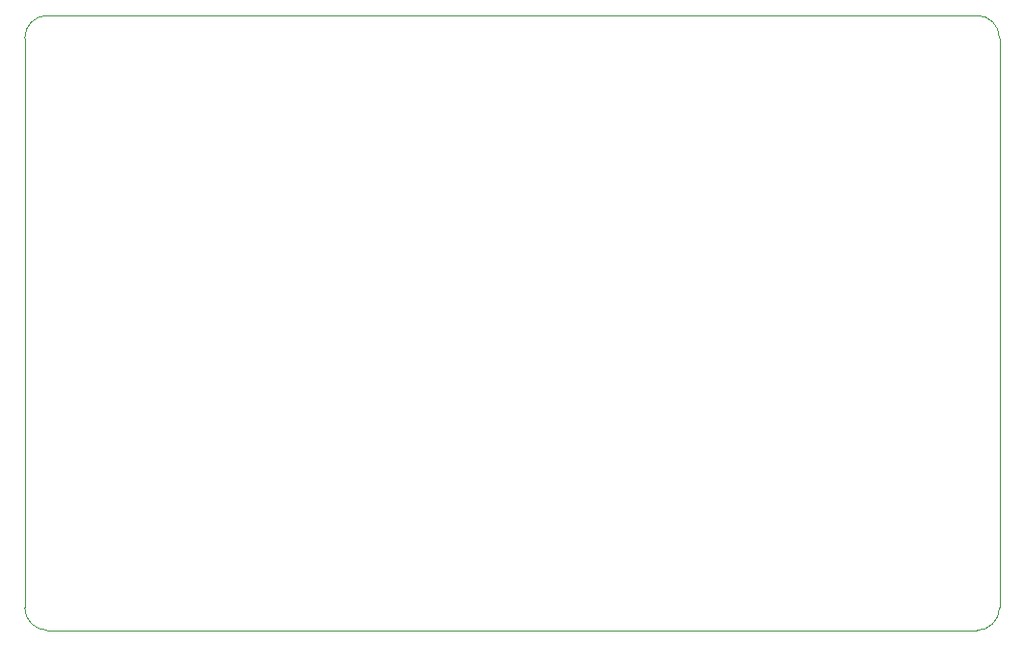
<source format=gbr>
%TF.GenerationSoftware,KiCad,Pcbnew,9.0.5*%
%TF.CreationDate,2025-11-23T18:29:57+02:00*%
%TF.ProjectId,Business_Card,42757369-6e65-4737-935f-436172642e6b,rev?*%
%TF.SameCoordinates,Original*%
%TF.FileFunction,Profile,NP*%
%FSLAX46Y46*%
G04 Gerber Fmt 4.6, Leading zero omitted, Abs format (unit mm)*
G04 Created by KiCad (PCBNEW 9.0.5) date 2025-11-23 18:29:57*
%MOMM*%
%LPD*%
G01*
G04 APERTURE LIST*
%TA.AperFunction,Profile*%
%ADD10C,0.050000*%
%TD*%
G04 APERTURE END LIST*
D10*
X82360415Y-141019999D02*
G75*
G02*
X80360401Y-139019999I-15J1999999D01*
G01*
X80360415Y-89019999D02*
G75*
G02*
X82360415Y-87020015I1999985J-1D01*
G01*
X165960415Y-139019999D02*
G75*
G02*
X163960415Y-141020015I-2000015J-1D01*
G01*
X163960415Y-141019999D02*
X82360415Y-141019999D01*
X163960415Y-87019999D02*
G75*
G02*
X165960401Y-89019999I-15J-2000001D01*
G01*
X165960415Y-139019999D02*
X165960415Y-89019999D01*
X163960415Y-87019999D02*
X82360415Y-87019999D01*
X80360415Y-139019999D02*
X80360415Y-89019999D01*
M02*

</source>
